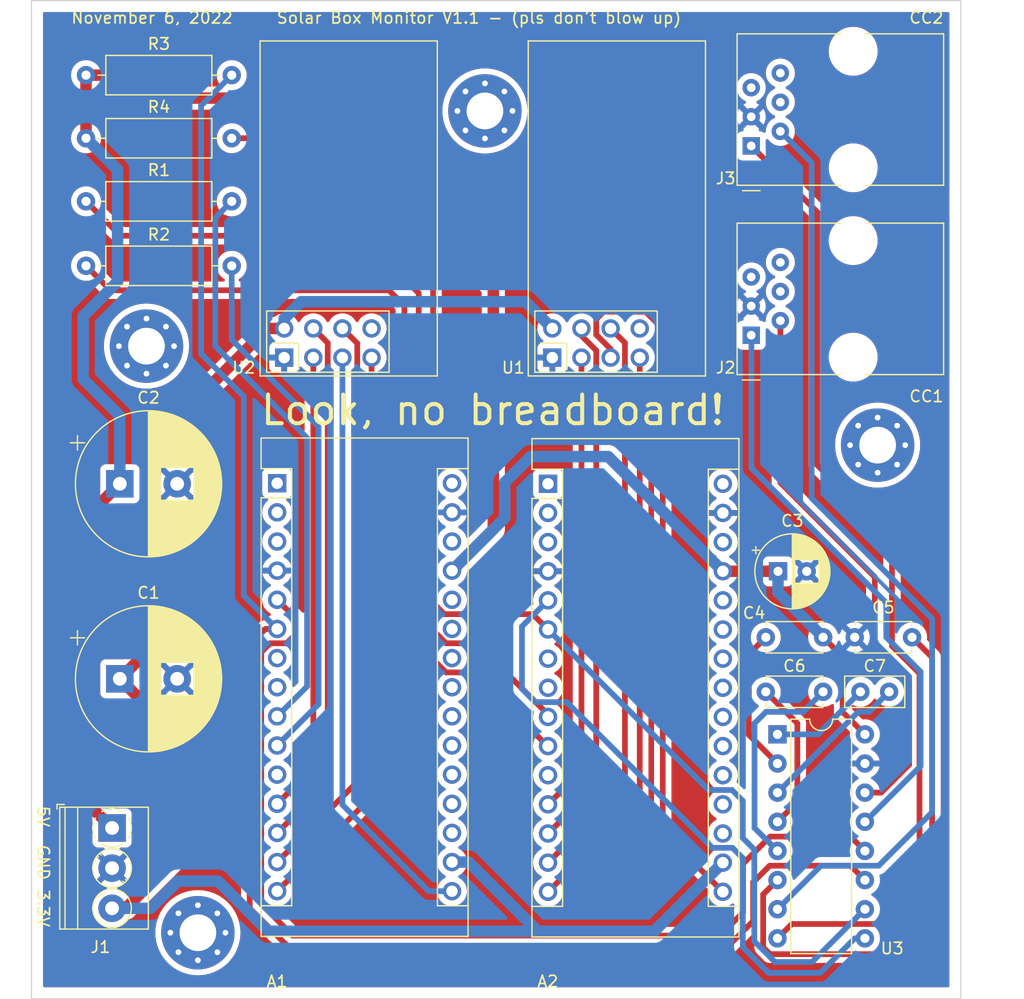
<source format=kicad_pcb>
(kicad_pcb (version 20211014) (generator pcbnew)
  (layers (0 "F.Cu" signal) (31 "B.Cu" signal) (34 "B.Paste" user) (35 "F.Paste" user) (36 "B.SilkS" user "B.Silkscreen") (37 "F.SilkS" user "F.Silkscreen") (38 "B.Mask" user) (39 "F.Mask" user) (44 "Edge.Cuts" user))
  (net 0 "")
  (net 4 "Net-(A1-Pad5)")
  (net 5 "Net-(A1-Pad6)")
  (net 8 "Net-(A1-Pad9)")
  (net 9 "Net-(A1-Pad10)")
  (net 11 "Net-(A1-Pad12)")
  (net 12 "Net-(A1-Pad13)")
  (net 13 "Net-(A1-Pad14)")
  (net 14 "Net-(A1-Pad15)")
  (net 15 "Net-(A1-Pad16)")
  (net 16 "+3V3")
  (net 26 "+5V")
  (net 28 "GND")
  (net 32 "Net-(A2-Pad5)")
  (net 33 "Net-(A2-Pad6)")
  (net 36 "Net-(A2-Pad9)")
  (net 37 "Net-(A2-Pad10)")
  (net 39 "Net-(A2-Pad12)")
  (net 40 "Net-(A2-Pad13)")
  (net 41 "Net-(A2-Pad14)")
  (net 42 "Net-(A2-Pad15)")
  (net 43 "Net-(A2-Pad16)")
  (net 54 "Net-(C4-Pad1)")
  (net 55 "Net-(C5-Pad1)")
  (net 56 "Net-(C6-Pad1)")
  (net 57 "Net-(C6-Pad2)")
  (net 58 "Net-(C7-Pad1)")
  (net 59 "Net-(C7-Pad2)")
  (net 60 "Front CC RX")
  (net 61 "Back CC RX")
  (net 62 "Front CC TX")
  (net 63 "Back CC TX")
  (footprint "Capacitor_THT:C_Disc_D4.7mm_W2.5mm_P5.00mm" (layer "F.Cu") (at 173 113.25)
    (fp_text reference "C6" (at 2.5 -2.25) (layer "F.SilkS"))
    (fp_text value "0.47uF")
    (pad "1" thru_hole circle (at 0 0) (size 1.6 1.6) (drill 0.8) (layers *.Cu *.Mask) (net 56 "Net-(C6-Pad1)"))
    (pad "2" thru_hole circle (at 5 0) (size 1.6 1.6) (drill 0.8) (layers *.Cu *.Mask) (net 57 "Net-(C6-Pad2)"))
  )
  (footprint "Capacitor_THT:CP_Radial_D6.3mm_P2.50mm" (layer "F.Cu") (at 174.067621 102.75)
    (fp_text reference "C3" (at 1.25 -4.4) (layer "F.SilkS"))
    (fp_text value "10uF")
    (pad "1" thru_hole rect (at 0 0) (size 1.6 1.6) (drill 0.8) (layers *.Cu *.Mask) (net 26 "+5V"))
    (pad "2" thru_hole circle (at 2.5 0) (size 1.6 1.6) (drill 0.8) (layers *.Cu *.Mask) (net 28 "GND"))
  )
  (footprint "TerminalBlock_Phoenix:TerminalBlock_Phoenix_PT-1,5-3-3.5-H_1x03_P3.50mm_Horizontal" (layer "F.Cu") (at 116.02 125.12 -90)
    (fp_text reference "J1" (at 10.38 1.02) (layer "F.SilkS"))
    (fp_text value "Screw_Terminal_01x03")
    (pad "1" thru_hole rect (at 0 0 270) (size 2.4 2.4) (drill 1.2) (layers *.Cu *.Mask) (net 26 "+5V"))
    (pad "2" thru_hole circle (at 3.5 0 270) (size 2.4 2.4) (drill 1.2) (layers *.Cu *.Mask) (net 28 "GND"))
    (pad "3" thru_hole circle (at 7 0 270) (size 2.4 2.4) (drill 1.2) (layers *.Cu *.Mask) (net 16 "+3V3"))
  )
  (footprint "Resistor_THT:R_Axial_DIN0309_L9.0mm_D3.2mm_P12.70mm_Horizontal" (layer "F.Cu") (at 113.75 59.5)
    (fp_text reference "R3" (at 6.35 -2.72) (layer "F.SilkS"))
    (fp_text value "1K")
    (pad "1" thru_hole circle (at 0 0) (size 1.6 1.6) (drill 0.8) (layers *.Cu *.Mask) (net 26 "+5V"))
    (pad "2" thru_hole oval (at 12.7 0) (size 1.6 1.6) (drill 0.8) (layers *.Cu *.Mask) (net 5 "Net-(A1-Pad6)"))
  )
  (footprint "Capacitor_THT:C_Disc_D4.7mm_W2.5mm_P5.00mm" (layer "F.Cu") (at 173 108.5)
    (fp_text reference "C4" (at -1.02 -2.12) (layer "F.SilkS"))
    (fp_text value "0.47uF")
    (pad "1" thru_hole circle (at 0 0) (size 1.6 1.6) (drill 0.8) (layers *.Cu *.Mask) (net 54 "Net-(C4-Pad1)"))
    (pad "2" thru_hole circle (at 5 0) (size 1.6 1.6) (drill 0.8) (layers *.Cu *.Mask) (net 26 "+5V"))
  )
  (footprint "MountingHole:MountingHole_3.2mm_M3_Pad_Via" (layer "F.Cu") (at 148.52 62.62)
    (fp_text reference "" (at 0 -4.2) (layer "F.SilkS"))
    (fp_text value "MountingHole_3.2mm_M3_Pad_Via")
    (pad "1" thru_hole circle (at -2.4 0) (size 0.8 0.8) (drill 0.5) (layers *.Cu *.Mask))
    (pad "1" thru_hole circle (at 1.697056 -1.697056) (size 0.8 0.8) (drill 0.5) (layers *.Cu *.Mask))
    (pad "1" thru_hole circle (at -1.697056 1.697056) (size 0.8 0.8) (drill 0.5) (layers *.Cu *.Mask))
    (pad "1" thru_hole circle (at 2.4 0) (size 0.8 0.8) (drill 0.5) (layers *.Cu *.Mask))
    (pad "1" thru_hole circle (at 1.697056 1.697056) (size 0.8 0.8) (drill 0.5) (layers *.Cu *.Mask))
    (pad "1" thru_hole circle (at -1.697056 -1.697056) (size 0.8 0.8) (drill 0.5) (layers *.Cu *.Mask))
    (pad "1" thru_hole circle (at 0 2.4) (size 0.8 0.8) (drill 0.5) (layers *.Cu *.Mask))
    (pad "1" thru_hole circle (at 0 -2.4) (size 0.8 0.8) (drill 0.5) (layers *.Cu *.Mask))
    (pad "1" thru_hole circle (at 0 0) (size 6.4 6.4) (drill 3.2) (layers *.Cu *.Mask))
  )
  (footprint "Capacitor_THT:C_Disc_D4.7mm_W2.5mm_P5.00mm" (layer "F.Cu") (at 185.75 108.5 180)
    (fp_text reference "C5" (at 2.5 2.6 180) (layer "F.SilkS"))
    (fp_text value "0.47uF")
    (pad "1" thru_hole circle (at 0 0 180) (size 1.6 1.6) (drill 0.8) (layers *.Cu *.Mask) (net 55 "Net-(C5-Pad1)"))
    (pad "2" thru_hole circle (at 5 0 180) (size 1.6 1.6) (drill 0.8) (layers *.Cu *.Mask) (net 28 "GND"))
  )
  (footprint "Module:Arduino_Nano" (layer "F.Cu") (at 154.02 95.12)
    (fp_text reference "A2" (at -0.02 43.38) (layer "F.SilkS"))
    (fp_text value "Arduino_Nano_v3.x")
    (pad "1" thru_hole rect (at 0 0) (size 1.6 1.6) (drill 1) (layers *.Cu *.Mask))
    (pad "2" thru_hole oval (at 0 2.54) (size 1.6 1.6) (drill 1) (layers *.Cu *.Mask))
    (pad "3" thru_hole oval (at 0 5.08) (size 1.6 1.6) (drill 1) (layers *.Cu *.Mask))
    (pad "4" thru_hole oval (at 0 7.62) (size 1.6 1.6) (drill 1) (layers *.Cu *.Mask) (net 28 "GND"))
    (pad "5" thru_hole oval (at 0 10.16) (size 1.6 1.6) (drill 1) (layers *.Cu *.Mask) (net 32 "Net-(A2-Pad5)"))
    (pad "6" thru_hole oval (at 0 12.7) (size 1.6 1.6) (drill 1) (layers *.Cu *.Mask) (net 33 "Net-(A2-Pad6)"))
    (pad "7" thru_hole oval (at 0 15.24) (size 1.6 1.6) (drill 1) (layers *.Cu *.Mask))
    (pad "8" thru_hole oval (at 0 17.78) (size 1.6 1.6) (drill 1) (layers *.Cu *.Mask))
    (pad "9" thru_hole oval (at 0 20.32) (size 1.6 1.6) (drill 1) (layers *.Cu *.Mask) (net 36 "Net-(A2-Pad9)"))
    (pad "10" thru_hole oval (at 0 22.86) (size 1.6 1.6) (drill 1) (layers *.Cu *.Mask) (net 37 "Net-(A2-Pad10)"))
    (pad "11" thru_hole oval (at 0 25.4) (size 1.6 1.6) (drill 1) (layers *.Cu *.Mask))
    (pad "12" thru_hole oval (at 0 27.94) (size 1.6 1.6) (drill 1) (layers *.Cu *.Mask) (net 39 "Net-(A2-Pad12)"))
    (pad "13" thru_hole oval (at 0 30.48) (size 1.6 1.6) (drill 1) (layers *.Cu *.Mask) (net 40 "Net-(A2-Pad13)"))
    (pad "14" thru_hole oval (at 0 33.02) (size 1.6 1.6) (drill 1) (layers *.Cu *.Mask) (net 41 "Net-(A2-Pad14)"))
    (pad "15" thru_hole oval (at 0 35.56) (size 1.6 1.6) (drill 1) (layers *.Cu *.Mask) (net 42 "Net-(A2-Pad15)"))
    (pad "16" thru_hole oval (at 15.24 35.56) (size 1.6 1.6) (drill 1) (layers *.Cu *.Mask) (net 43 "Net-(A2-Pad16)"))
    (pad "17" thru_hole oval (at 15.24 33.02) (size 1.6 1.6) (drill 1) (layers *.Cu *.Mask) (net 16 "+3V3"))
    (pad "18" thru_hole oval (at 15.24 30.48) (size 1.6 1.6) (drill 1) (layers *.Cu *.Mask))
    (pad "19" thru_hole oval (at 15.24 27.94) (size 1.6 1.6) (drill 1) (layers *.Cu *.Mask))
    (pad "20" thru_hole oval (at 15.24 25.4) (size 1.6 1.6) (drill 1) (layers *.Cu *.Mask))
    (pad "21" thru_hole oval (at 15.24 22.86) (size 1.6 1.6) (drill 1) (layers *.Cu *.Mask))
    (pad "22" thru_hole oval (at 15.24 20.32) (size 1.6 1.6) (drill 1) (layers *.Cu *.Mask))
    (pad "23" thru_hole oval (at 15.24 17.78) (size 1.6 1.6) (drill 1) (layers *.Cu *.Mask))
    (pad "24" thru_hole oval (at 15.24 15.24) (size 1.6 1.6) (drill 1) (layers *.Cu *.Mask))
    (pad "25" thru_hole oval (at 15.24 12.7) (size 1.6 1.6) (drill 1) (layers *.Cu *.Mask))
    (pad "26" thru_hole oval (at 15.24 10.16) (size 1.6 1.6) (drill 1) (layers *.Cu *.Mask))
    (pad "27" thru_hole oval (at 15.24 7.62) (size 1.6 1.6) (drill 1) (layers *.Cu *.Mask) (net 26 "+5V"))
    (pad "28" thru_hole oval (at 15.24 5.08) (size 1.6 1.6) (drill 1) (layers *.Cu *.Mask))
    (pad "29" thru_hole oval (at 15.24 2.54) (size 1.6 1.6) (drill 1) (layers *.Cu *.Mask) (net 28 "GND"))
    (pad "30" thru_hole oval (at 15.24 0) (size 1.6 1.6) (drill 1) (layers *.Cu *.Mask))
  )
  (footprint "Resistor_THT:R_Axial_DIN0309_L9.0mm_D3.2mm_P12.70mm_Horizontal" (layer "F.Cu") (at 113.75 70.5)
    (fp_text reference "R1" (at 6.35 -2.72) (layer "F.SilkS"))
    (fp_text value "4.7K")
    (pad "1" thru_hole circle (at 0 0) (size 1.6 1.6) (drill 0.8) (layers *.Cu *.Mask) (net 36 "Net-(A2-Pad9)"))
    (pad "2" thru_hole oval (at 12.7 0) (size 1.6 1.6) (drill 0.8) (layers *.Cu *.Mask) (net 8 "Net-(A1-Pad9)"))
  )
  (footprint "RF_Module:nRF24L01_Breakout" (layer "F.Cu") (at 154.395 84.12 90)
    (fp_text reference "U1" (at -0.88 -3.395) (layer "F.SilkS"))
    (fp_text value "NRF24L01_Breakout")
    (pad "1" thru_hole rect (at 0 0 90) (size 1.6 1.6) (drill 1) (layers *.Cu *.Mask) (net 28 "GND"))
    (pad "2" thru_hole circle (at 2.54 0 90) (size 1.6 1.6) (drill 1) (layers *.Cu *.Mask) (net 16 "+3V3"))
    (pad "3" thru_hole circle (at 0 2.54 90) (size 1.6 1.6) (drill 1) (layers *.Cu *.Mask) (net 39 "Net-(A2-Pad12)"))
    (pad "4" thru_hole circle (at 2.54 2.54 90) (size 1.6 1.6) (drill 1) (layers *.Cu *.Mask) (net 40 "Net-(A2-Pad13)"))
    (pad "5" thru_hole circle (at 0 5.08 90) (size 1.6 1.6) (drill 1) (layers *.Cu *.Mask) (net 43 "Net-(A2-Pad16)"))
    (pad "6" thru_hole circle (at 2.54 5.08 90) (size 1.6 1.6) (drill 1) (layers *.Cu *.Mask) (net 41 "Net-(A2-Pad14)"))
    (pad "7" thru_hole circle (at 0 7.62 90) (size 1.6 1.6) (drill 1) (layers *.Cu *.Mask) (net 42 "Net-(A2-Pad15)"))
    (pad "8" thru_hole circle (at 2.54 7.62 90) (size 1.6 1.6) (drill 1) (layers *.Cu *.Mask))
  )
  (footprint "Resistor_THT:R_Axial_DIN0309_L9.0mm_D3.2mm_P12.70mm_Horizontal" (layer "F.Cu") (at 113.75 76.12)
    (fp_text reference "R2" (at 6.35 -2.72) (layer "F.SilkS"))
    (fp_text value "4.7K")
    (pad "1" thru_hole circle (at 0 0) (size 1.6 1.6) (drill 0.8) (layers *.Cu *.Mask) (net 37 "Net-(A2-Pad10)"))
    (pad "2" thru_hole oval (at 12.7 0) (size 1.6 1.6) (drill 0.8) (layers *.Cu *.Mask) (net 9 "Net-(A1-Pad10)"))
  )
  (footprint "Module:Arduino_Nano" (layer "F.Cu") (at 130.41 95.07)
    (fp_text reference "A1" (at -0.01 43.43) (layer "F.SilkS"))
    (fp_text value "Arduino_Nano_v3.x")
    (pad "1" thru_hole rect (at 0 0) (size 1.6 1.6) (drill 1) (layers *.Cu *.Mask))
    (pad "2" thru_hole oval (at 0 2.54) (size 1.6 1.6) (drill 1) (layers *.Cu *.Mask))
    (pad "3" thru_hole oval (at 0 5.08) (size 1.6 1.6) (drill 1) (layers *.Cu *.Mask))
    (pad "4" thru_hole oval (at 0 7.62) (size 1.6 1.6) (drill 1) (layers *.Cu *.Mask) (net 28 "GND"))
    (pad "5" thru_hole oval (at 0 10.16) (size 1.6 1.6) (drill 1) (layers *.Cu *.Mask) (net 4 "Net-(A1-Pad5)"))
    (pad "6" thru_hole oval (at 0 12.7) (size 1.6 1.6) (drill 1) (layers *.Cu *.Mask) (net 5 "Net-(A1-Pad6)"))
    (pad "7" thru_hole oval (at 0 15.24) (size 1.6 1.6) (drill 1) (layers *.Cu *.Mask))
    (pad "8" thru_hole oval (at 0 17.78) (size 1.6 1.6) (drill 1) (layers *.Cu *.Mask))
    (pad "9" thru_hole oval (at 0 20.32) (size 1.6 1.6) (drill 1) (layers *.Cu *.Mask) (net 8 "Net-(A1-Pad9)"))
    (pad "10" thru_hole oval (at 0 22.86) (size 1.6 1.6) (drill 1) (layers *.Cu *.Mask) (net 9 "Net-(A1-Pad10)"))
    (pad "11" thru_hole oval (at 0 25.4) (size 1.6 1.6) (drill 1) (layers *.Cu *.Mask))
    (pad "12" thru_hole oval (at 0 27.94) (size 1.6 1.6) (drill 1) (layers *.Cu *.Mask) (net 11 "Net-(A1-Pad12)"))
    (pad "13" thru_hole oval (at 0 30.48) (size 1.6 1.6) (drill 1) (layers *.Cu *.Mask) (net 12 "Net-(A1-Pad13)"))
    (pad "14" thru_hole oval (at 0 33.02) (size 1.6 1.6) (drill 1) (layers *.Cu *.Mask) (net 13 "Net-(A1-Pad14)"))
    (pad "15" thru_hole oval (at 0 35.56) (size 1.6 1.6) (drill 1) (layers *.Cu *.Mask) (net 14 "Net-(A1-Pad15)"))
    (pad "16" thru_hole oval (at 15.24 35.56) (size 1.6 1.6) (drill 1) (layers *.Cu *.Mask) (net 15 "Net-(A1-Pad16)"))
    (pad "17" thru_hole oval (at 15.24 33.02) (size 1.6 1.6) (drill 1) (layers *.Cu *.Mask) (net 16 "+3V3"))
    (pad "18" thru_hole oval (at 15.24 30.48) (size 1.6 1.6) (drill 1) (layers *.Cu *.Mask))
    (pad "19" thru_hole oval (at 15.24 27.94) (size 1.6 1.6) (drill 1) (layers *.Cu *.Mask))
    (pad "20" thru_hole oval (at 15.24 25.4) (size 1.6 1.6) (drill 1) (layers *.Cu *.Mask))
    (pad "21" thru_hole oval (at 15.24 22.86) (size 1.6 1.6) (drill 1) (layers *.Cu *.Mask))
    (pad "22" thru_hole oval (at 15.24 20.32) (size 1.6 1.6) (drill 1) (layers *.Cu *.Mask))
    (pad "23" thru_hole oval (at 15.24 17.78) (size 1.6 1.6) (drill 1) (layers *.Cu *.Mask))
    (pad "24" thru_hole oval (at 15.24 15.24) (size 1.6 1.6) (drill 1) (layers *.Cu *.Mask))
    (pad "25" thru_hole oval (at 15.24 12.7) (size 1.6 1.6) (drill 1) (layers *.Cu *.Mask))
    (pad "26" thru_hole oval (at 15.24 10.16) (size 1.6 1.6) (drill 1) (layers *.Cu *.Mask))
    (pad "27" thru_hole oval (at 15.24 7.62) (size 1.6 1.6) (drill 1) (layers *.Cu *.Mask) (net 26 "+5V"))
    (pad "28" thru_hole oval (at 15.24 5.08) (size 1.6 1.6) (drill 1) (layers *.Cu *.Mask))
    (pad "29" thru_hole oval (at 15.24 2.54) (size 1.6 1.6) (drill 1) (layers *.Cu *.Mask) (net 28 "GND"))
    (pad "30" thru_hole oval (at 15.24 0) (size 1.6 1.6) (drill 1) (layers *.Cu *.Mask))
  )
  (footprint "Capacitor_THT:C_Disc_D5.0mm_W2.5mm_P2.50mm" (layer "F.Cu") (at 181.25 113.25)
    (fp_text reference "C7" (at 1.25 -2.25) (layer "F.SilkS"))
    (fp_text value "0.1uF")
    (pad "1" thru_hole circle (at 0 0) (size 1.6 1.6) (drill 0.8) (layers *.Cu *.Mask) (net 58 "Net-(C7-Pad1)"))
    (pad "2" thru_hole circle (at 2.5 0) (size 1.6 1.6) (drill 0.8) (layers *.Cu *.Mask) (net 59 "Net-(C7-Pad2)"))
  )
  (footprint "Connector_RJ:RJ12_Amphenol_54601" (layer "F.Cu") (at 171.73 65.67 90)
    (fp_text reference "J3" (at -2.83 -2.23) (layer "F.SilkS"))
    (fp_text value "6P6C")
    (pad "" np_thru_hole circle (at -1.91 8.89 90) (size 3.25 3.25) (drill 3.25) (layers *.Cu *.Mask))
    (pad "" np_thru_hole circle (at 8.25 8.89 90) (size 3.25 3.25) (drill 3.25) (layers *.Cu *.Mask))
    (pad "1" thru_hole rect (at 0 0 90) (size 1.52 1.52) (drill 0.76) (layers *.Cu *.Mask) (net 63 "Back CC TX"))
    (pad "2" thru_hole circle (at 1.27 2.54 90) (size 1.52 1.52) (drill 0.76) (layers *.Cu *.Mask) (net 61 "Back CC RX"))
    (pad "3" thru_hole circle (at 2.54 0 90) (size 1.52 1.52) (drill 0.76) (layers *.Cu *.Mask) (net 28 "GND"))
    (pad "4" thru_hole circle (at 3.81 2.54 90) (size 1.52 1.52) (drill 0.76) (layers *.Cu *.Mask))
    (pad "5" thru_hole circle (at 5.08 0 90) (size 1.52 1.52) (drill 0.76) (layers *.Cu *.Mask))
    (pad "6" thru_hole circle (at 6.35 2.54 90) (size 1.52 1.52) (drill 0.76) (layers *.Cu *.Mask))
  )
  (footprint "MountingHole:MountingHole_3.2mm_M3_Pad_Via" (layer "F.Cu") (at 119.02 83.12)
    (fp_text reference "" (at 0 -4.2) (layer "F.SilkS"))
    (fp_text value "MountingHole_3.2mm_M3_Pad_Via")
    (pad "1" thru_hole circle (at 0 -2.4) (size 0.8 0.8) (drill 0.5) (layers *.Cu *.Mask))
    (pad "1" thru_hole circle (at -1.697056 1.697056) (size 0.8 0.8) (drill 0.5) (layers *.Cu *.Mask))
    (pad "1" thru_hole circle (at -1.697056 -1.697056) (size 0.8 0.8) (drill 0.5) (layers *.Cu *.Mask))
    (pad "1" thru_hole circle (at -2.4 0) (size 0.8 0.8) (drill 0.5) (layers *.Cu *.Mask))
    (pad "1" thru_hole circle (at 1.697056 1.697056) (size 0.8 0.8) (drill 0.5) (layers *.Cu *.Mask))
    (pad "1" thru_hole circle (at 0 0) (size 6.4 6.4) (drill 3.2) (layers *.Cu *.Mask))
    (pad "1" thru_hole circle (at 1.697056 -1.697056) (size 0.8 0.8) (drill 0.5) (layers *.Cu *.Mask))
    (pad "1" thru_hole circle (at 0 2.4) (size 0.8 0.8) (drill 0.5) (layers *.Cu *.Mask))
    (pad "1" thru_hole circle (at 2.4 0) (size 0.8 0.8) (drill 0.5) (layers *.Cu *.Mask))
  )
  (footprint "MountingHole:MountingHole_3.2mm_M3_Pad_Via" (layer "F.Cu") (at 182.75 91.75)
    (fp_text reference "" (at 0 -4.2) (layer "F.SilkS"))
    (fp_text value "MountingHole_3.2mm_M3_Pad_Via")
    (pad "1" thru_hole circle (at -2.4 0) (size 0.8 0.8) (drill 0.5) (layers *.Cu *.Mask))
    (pad "1" thru_hole circle (at 0 -2.4) (size 0.8 0.8) (drill 0.5) (layers *.Cu *.Mask))
    (pad "1" thru_hole circle (at 0 0) (size 6.4 6.4) (drill 3.2) (layers *.Cu *.Mask))
    (pad "1" thru_hole circle (at 1.697056 1.697056) (size 0.8 0.8) (drill 0.5) (layers *.Cu *.Mask))
    (pad "1" thru_hole circle (at -1.697056 1.697056) (size 0.8 0.8) (drill 0.5) (layers *.Cu *.Mask))
    (pad "1" thru_hole circle (at 0 2.4) (size 0.8 0.8) (drill 0.5) (layers *.Cu *.Mask))
    (pad "1" thru_hole circle (at -1.697056 -1.697056) (size 0.8 0.8) (drill 0.5) (layers *.Cu *.Mask))
    (pad "1" thru_hole circle (at 1.697056 -1.697056) (size 0.8 0.8) (drill 0.5) (layers *.Cu *.Mask))
    (pad "1" thru_hole circle (at 2.4 0) (size 0.8 0.8) (drill 0.5) (layers *.Cu *.Mask))
  )
  (footprint "Resistor_THT:R_Axial_DIN0309_L9.0mm_D3.2mm_P12.70mm_Horizontal" (layer "F.Cu") (at 113.75 65)
    (fp_text reference "R4" (at 6.35 -2.72) (layer "F.SilkS"))
    (fp_text value "1K")
    (pad "1" thru_hole circle (at 0 0) (size 1.6 1.6) (drill 0.8) (layers *.Cu *.Mask) (net 26 "+5V"))
    (pad "2" thru_hole oval (at 12.7 0) (size 1.6 1.6) (drill 0.8) (layers *.Cu *.Mask) (net 33 "Net-(A2-Pad6)"))
  )
  (footprint "Capacitor_THT:CP_Radial_D12.5mm_P5.00mm" (layer "F.Cu") (at 116.696041 112.12)
    (fp_text reference "C1" (at 2.5 -7.5) (layer "F.SilkS"))
    (fp_text value "1000uF")
    (pad "1" thru_hole rect (at 0 0) (size 2.4 2.4) (drill 1.2) (layers *.Cu *.Mask) (net 16 "+3V3"))
    (pad "2" thru_hole circle (at 5 0) (size 2.4 2.4) (drill 1.2) (layers *.Cu *.Mask) (net 28 "GND"))
  )
  (footprint "RF_Module:nRF24L01_Breakout" (layer "F.Cu") (at 131.02 84.12 90)
    (fp_text reference "U2" (at -0.88 -3.52) (layer "F.SilkS"))
    (fp_text value "NRF24L01_Breakout")
    (pad "1" thru_hole rect (at 0 0 90) (size 1.6 1.6) (drill 1) (layers *.Cu *.Mask) (net 28 "GND"))
    (pad "2" thru_hole circle (at 2.54 0 90) (size 1.6 1.6) (drill 1) (layers *.Cu *.Mask) (net 16 "+3V3"))
    (pad "3" thru_hole circle (at 0 2.54 90) (size 1.6 1.6) (drill 1) (layers *.Cu *.Mask) (net 11 "Net-(A1-Pad12)"))
    (pad "4" thru_hole circle (at 2.54 2.54 90) (size 1.6 1.6) (drill 1) (layers *.Cu *.Mask) (net 12 "Net-(A1-Pad13)"))
    (pad "5" thru_hole circle (at 0 5.08 90) (size 1.6 1.6) (drill 1) (layers *.Cu *.Mask) (net 15 "Net-(A1-Pad16)"))
    (pad "6" thru_hole circle (at 2.54 5.08 90) (size 1.6 1.6) (drill 1) (layers *.Cu *.Mask) (net 13 "Net-(A1-Pad14)"))
    (pad "7" thru_hole circle (at 0 7.62 90) (size 1.6 1.6) (drill 1) (layers *.Cu *.Mask) (net 14 "Net-(A1-Pad15)"))
    (pad "8" thru_hole circle (at 2.54 7.62 90) (size 1.6 1.6) (drill 1) (layers *.Cu *.Mask))
  )
  (footprint "MountingHole:MountingHole_3.2mm_M3_Pad_Via" (layer "F.Cu") (at 123.5 134.25)
    (fp_text reference "" (at 0 -4.2) (layer "F.SilkS"))
    (fp_text value "MountingHole_3.2mm_M3_Pad_Via")
    (pad "1" thru_hole circle (at 0 2.4) (size 0.8 0.8) (drill 0.5) (layers *.Cu *.Mask))
    (pad "1" thru_hole circle (at 1.697056 -1.697056) (size 0.8 0.8) (drill 0.5) (layers *.Cu *.Mask))
    (pad "1" thru_hole circle (at 1.697056 1.697056) (size 0.8 0.8) (drill 0.5) (layers *.Cu *.Mask))
    (pad "1" thru_hole circle (at -1.697056 1.697056) (size 0.8 0.8) (drill 0.5) (layers *.Cu *.Mask))
    (pad "1" thru_hole circle (at 0 -2.4) (size 0.8 0.8) (drill 0.5) (layers *.Cu *.Mask))
    (pad "1" thru_hole circle (at 0 0) (size 6.4 6.4) (drill 3.2) (layers *.Cu *.Mask))
    (pad "1" thru_hole circle (at 2.4 0) (size 0.8 0.8) (drill 0.5) (layers *.Cu *.Mask))
    (pad "1" thru_hole circle (at -2.4 0) (size 0.8 0.8) (drill 0.5) (layers *.Cu *.Mask))
    (pad "1" thru_hole circle (at -1.697056 -1.697056) (size 0.8 0.8) (drill 0.5) (layers *.Cu *.Mask))
  )
  (footprint "Capacitor_THT:CP_Radial_D12.5mm_P5.00mm" (layer "F.Cu") (at 116.696041 95.12)
    (fp_text reference "C2" (at 2.5 -7.5) (layer "F.SilkS"))
    (fp_text value "1000uF")
    (pad "1" thru_hole rect (at 0 0) (size 2.4 2.4) (drill 1.2) (layers *.Cu *.Mask) (net 26 "+5V"))
    (pad "2" thru_hole circle (at 5 0) (size 2.4 2.4) (drill 1.2) (layers *.Cu *.Mask) (net 28 "GND"))
  )
  (footprint "Package_DIP:DIP-16_W7.62mm" (layer "F.Cu") (at 174.02 116.96)
    (fp_text reference "U3" (at 10 18.66) (layer "F.SilkS"))
    (fp_text value "MAX3232")
    (pad "1" thru_hole rect (at 0 0) (size 1.6 1.6) (drill 0.8) (layers *.Cu *.Mask) (net 58 "Net-(C7-Pad1)"))
    (pad "2" thru_hole oval (at 0 2.54) (size 1.6 1.6) (drill 0.8) (layers *.Cu *.Mask) (net 54 "Net-(C4-Pad1)"))
    (pad "3" thru_hole oval (at 0 5.08) (size 1.6 1.6) (drill 0.8) (layers *.Cu *.Mask) (net 59 "Net-(C7-Pad2)"))
    (pad "4" thru_hole oval (at 0 7.62) (size 1.6 1.6) (drill 0.8) (layers *.Cu *.Mask) (net 56 "Net-(C6-Pad1)"))
    (pad "5" thru_hole oval (at 0 10.16) (size 1.6 1.6) (drill 0.8) (layers *.Cu *.Mask) (net 57 "Net-(C6-Pad2)"))
    (pad "6" thru_hole oval (at 0 12.7) (size 1.6 1.6) (drill 0.8) (layers *.Cu *.Mask) (net 55 "Net-(C5-Pad1)"))
    (pad "7" thru_hole oval (at 0 15.24) (size 1.6 1.6) (drill 0.8) (layers *.Cu *.Mask) (net 61 "Back CC RX"))
    (pad "8" thru_hole oval (at 0 17.78) (size 1.6 1.6) (drill 0.8) (layers *.Cu *.Mask) (net 63 "Back CC TX"))
    (pad "9" thru_hole oval (at 7.62 17.78) (size 1.6 1.6) (drill 0.8) (layers *.Cu *.Mask) (net 32 "Net-(A2-Pad5)"))
    (pad "10" thru_hole oval (at 7.62 15.24) (size 1.6 1.6) (drill 0.8) (layers *.Cu *.Mask) (net 33 "Net-(A2-Pad6)"))
    (pad "11" thru_hole oval (at 7.62 12.7) (size 1.6 1.6) (drill 0.8) (layers *.Cu *.Mask) (net 5 "Net-(A1-Pad6)"))
    (pad "12" thru_hole oval (at 7.62 10.16) (size 1.6 1.6) (drill 0.8) (layers *.Cu *.Mask) (net 4 "Net-(A1-Pad5)"))
    (pad "13" thru_hole oval (at 7.62 7.62) (size 1.6 1.6) (drill 0.8) (layers *.Cu *.Mask) (net 62 "Front CC TX"))
    (pad "14" thru_hole oval (at 7.62 5.08) (size 1.6 1.6) (drill 0.8) (layers *.Cu *.Mask) (net 60 "Front CC RX"))
    (pad "15" thru_hole oval (at 7.62 2.54) (size 1.6 1.6) (drill 0.8) (layers *.Cu *.Mask) (net 28 "GND"))
    (pad "16" thru_hole oval (at 7.62 0) (size 1.6 1.6) (drill 0.8) (layers *.Cu *.Mask) (net 26 "+5V"))
  )
  (footprint "Connector_RJ:RJ12_Amphenol_54601" (layer "F.Cu") (at 171.73 82.17 90)
    (fp_text reference "J2" (at -2.83 -2.23) (layer "F.SilkS"))
    (fp_text value "6P6C")
    (pad "" np_thru_hole circle (at 8.25 8.89 90) (size 3.25 3.25) (drill 3.25) (layers *.Cu *.Mask))
    (pad "" np_thru_hole circle (at -1.91 8.89 90) (size 3.25 3.25) (drill 3.25) (layers *.Cu *.Mask))
    (pad "1" thru_hole rect (at 0 0 90) (size 1.52 1.52) (drill 0.76) (layers *.Cu *.Mask) (net 62 "Front CC TX"))
    (pad "2" thru_hole circle (at 1.27 2.54 90) (size 1.52 1.52) (drill 0.76) (layers *.Cu *.Mask) (net 60 "Front CC RX"))
    (pad "3" thru_hole circle (at 2.54 0 90) (size 1.52 1.52) (drill 0.76) (layers *.Cu *.Mask) (net 28 "GND"))
    (pad "4" thru_hole circle (at 3.81 2.54 90) (size 1.52 1.52) (drill 0.76) (layers *.Cu *.Mask))
    (pad "5" thru_hole circle (at 5.08 0 90) (size 1.52 1.52) (drill 0.76) (layers *.Cu *.Mask))
    (pad "6" thru_hole circle (at 6.35 2.54 90) (size 1.52 1.52) (drill 0.76) (layers *.Cu *.Mask))
  )
  (gr_line (start 190 53) (end 109 53) (layer "Edge.Cuts") (width 0.1))
  (gr_line (start 190 53) (end 190 140) (layer "Edge.Cuts") (width 0.1))
  (gr_line (start 109 140) (end 109 53) (layer "Edge.Cuts") (width 0.1))
  (gr_line (start 190 140) (end 109 140) (layer "Edge.Cuts") (width 0.1))
  (gr_text "Solar Box Monitor V1.1 - (pls don't blow up)" (at 148 54.5) (layer "F.SilkS") (effects (font (size 1 1))))
  (gr_text "5V" (at 110.02 124.12 -90) (layer "F.SilkS") (effects (font (size 1 1))))
  (gr_text "Look, no breadboard!" (at 149.2 88.7) (layer "F.SilkS") (effects (font (size 2.5 2.5) (thickness 0.35))))
  (gr_text "3.3V" (at 110.02 132.12 -90) (layer "F.SilkS") (effects (font (size 1 1))))
  (gr_text "CC2" (at 187 54.5) (layer "F.SilkS") (effects (font (size 1 1))))
  (gr_text "GND" (at 110.02 128.12 -90) (layer "F.SilkS") (effects (font (size 1 1))))
  (gr_text "CC1" (at 187 87.5) (layer "F.SilkS") (effects (font (size 1 1))))
  (gr_text "November 6, 2022" (at 119.5 54.5) (layer "F.SilkS") (effects (font (size 1 1))))
  (segment (start 129.796207 109.019511) (end 131.230489 109.019511) (width 0.5) (layer "F.Cu") (net 4))
  (segment (start 180.390489 125.870489) (end 173.379511 125.870489) (width 0.5) (layer "F.Cu") (net 4))
  (segment (start 181.64 127.12) (end 180.390489 125.870489) (width 0.5) (layer "F.Cu") (net 4))
  (segment (start 171.02 132.48) (end 169 134.5) (width 0.5) (layer "F.Cu") (net 4))
  (segment (start 169 134.5) (end 131.772425 134.5) (width 0.5) (layer "F.Cu") (net 4))
  (segment (start 173.379511 125.870489) (end 171.02 128.23) (width 0.5) (layer "F.Cu") (net 4))
  (segment (start 129.02 131.747575) (end 129.02 109.795718) (width 0.5) (layer "F.Cu") (net 4))
  (segment (start 131.772425 134.5) (end 129.02 131.747575) (width 0.5) (layer "F.Cu") (net 4))
  (segment (start 129.02 109.795718) (end 129.796207 109.019511) (width 0.5) (layer "F.Cu") (net 4))
  (segment (start 171.02 128.23) (end 171.02 132.48) (width 0.5) (layer "F.Cu") (net 4))
  (segment (start 132 108.25) (end 132 106.82) (width 0.5) (layer "F.Cu") (net 4))
  (segment (start 131.230489 109.019511) (end 132 108.25) (width 0.5) (layer "F.Cu") (net 4))
  (segment (start 132 106.82) (end 130.41 105.23) (width 0.5) (layer "F.Cu") (net 4))
  (segment (start 128.02 109.14) (end 129.39 107.77) (width 0.5) (layer "F.Cu") (net 5))
  (segment (start 169.64 135.5) (end 131.4 135.5) (width 0.5) (layer "F.Cu") (net 5))
  (segment (start 128.02 132.12) (end 128.02 109.14) (width 0.5) (layer "F.Cu") (net 5))
  (segment (start 129.39 107.77) (end 130.41 107.77) (width 0.5) (layer "F.Cu") (net 5))
  (segment (start 181.64 129.66) (end 180.390489 128.410489) (width 0.5) (layer "F.Cu") (net 5))
  (segment (start 173.339511 128.410489) (end 171.9 129.85) (width 0.5) (layer "F.Cu") (net 5))
  (segment (start 131.4 135.5) (end 128.02 132.12) (width 0.5) (layer "F.Cu") (net 5))
  (segment (start 180.390489 128.410489) (end 173.339511 128.410489) (width 0.5) (layer "F.Cu") (net 5))
  (segment (start 171.9 129.85) (end 171.9 133.24) (width 0.5) (layer "F.Cu") (net 5))
  (segment (start 171.9 133.24) (end 169.64 135.5) (width 0.5) (layer "F.Cu") (net 5))
  (segment (start 127.5 87.5) (end 127.5 104.86) (width 0.5) (layer "B.Cu") (net 5))
  (segment (start 123.78 83.78) (end 123.78 62.17) (width 0.5) (layer "B.Cu") (net 5))
  (segment (start 123.78 62.17) (end 126.45 59.5) (width 0.5) (layer "B.Cu") (net 5))
  (segment (start 123.78 83.78) (end 127.5 87.5) (width 0.5) (layer "B.Cu") (net 5))
  (segment (start 127.5 104.86) (end 130.41 107.77) (width 0.5) (layer "B.Cu") (net 5))
  (segment (start 133.02 91.12) (end 125.02 83.12) (width 0.5) (layer "B.Cu") (net 8))
  (segment (start 125.02 83.12) (end 125.02 71.93) (width 0.5) (layer "B.Cu") (net 8))
  (segment (start 130.41 115.39) (end 133.02 112.78) (width 0.5) (layer "B.Cu") (net 8))
  (segment (start 125.02 71.93) (end 126.45 70.5) (width 0.5) (layer "B.Cu") (net 8))
  (segment (start 133.02 112.78) (end 133.02 91.12) (width 0.5) (layer "B.Cu") (net 8))
  (segment (start 126.45 82.56073) (end 134.02 90.13073) (width 0.5) (layer "B.Cu") (net 9))
  (segment (start 134.02 114.32) (end 130.41 117.93) (width 0.5) (layer "B.Cu") (net 9))
  (segment (start 134.02 90.13073) (end 134.02 114.32) (width 0.5) (layer "B.Cu") (net 9))
  (segment (start 126.45 76.12) (end 126.45 82.56073) (width 0.5) (layer "B.Cu") (net 9))
  (segment (start 133.56 119.86) (end 133.56 84.12) (width 0.5) (layer "F.Cu") (net 11))
  (segment (start 130.41 123.01) (end 133.56 119.86) (width 0.5) (layer "F.Cu") (net 11))
  (segment (start 130.41 125.55) (end 134.82 121.14) (width 0.5) (layer "F.Cu") (net 12))
  (segment (start 134.82 121.14) (end 134.82 82.84) (width 0.5) (layer "F.Cu") (net 12))
  (segment (start 134.82 82.84) (end 133.56 81.58) (width 0.5) (layer "F.Cu") (net 12))
  (segment (start 137.390489 82.870489) (end 136.1 81.58) (width 0.5) (layer "F.Cu") (net 13))
  (segment (start 130.41 128.09) (end 137.390489 121.109511) (width 0.5) (layer "F.Cu") (net 13))
  (segment (start 137.390489 121.109511) (end 137.390489 82.870489) (width 0.5) (layer "F.Cu") (net 13))
  (segment (start 138.64 122.4) (end 138.64 84.12) (width 0.5) (layer "F.Cu") (net 14))
  (segment (start 130.41 130.63) (end 138.64 122.4) (width 0.5) (layer "F.Cu") (net 14))
  (segment (start 136.1 123.1) (end 143.63 130.63) (width 0.5) (layer "B.Cu") (net 15))
  (segment (start 143.63 130.63) (end 145.65 130.63) (width 0.5) (layer "B.Cu") (net 15))
  (segment (start 136.1 84.12) (end 136.1 123.1) (width 0.5) (layer "B.Cu") (net 15))
  (segment (start 119.25 109.566041) (end 119.25 91.89) (width 1) (layer "F.Cu") (net 16))
  (segment (start 121.5 127.82) (end 117.2 132.12) (width 1) (layer "F.Cu") (net 16))
  (segment (start 116.696041 112.12) (end 121.5 116.923959) (width 1) (layer "F.Cu") (net 16))
  (segment (start 116.696041 112.12) (end 119.25 109.566041) (width 1) (layer "F.Cu") (net 16))
  (segment (start 129.56 81.58) (end 131.02 81.58) (width 1) (layer "F.Cu") (net 16))
  (segment (start 119.25 91.89) (end 129.56 81.58) (width 1) (layer "F.Cu") (net 16))
  (segment (start 117.2 132.12) (end 116.02 132.12) (width 1) (layer "F.Cu") (net 16))
  (segment (start 121.5 116.923959) (end 121.5 127.82) (width 1) (layer "F.Cu") (net 16))
  (segment (start 147.09 128.09) (end 153.12 134.12) (width 1) (layer "B.Cu") (net 16))
  (segment (start 145.65 128.09) (end 147.09 128.09) (width 1) (layer "B.Cu") (net 16))
  (segment (start 163.28 134.12) (end 153.12 134.12) (width 1) (layer "B.Cu") (net 16))
  (segment (start 131.02 80.73) (end 132.5 79.25) (width 1) (layer "B.Cu") (net 16))
  (segment (start 169.26 128.14) (end 163.28 134.12) (width 1) (layer "B.Cu") (net 16))
  (segment (start 131.02 81.58) (end 131.02 80.73) (width 1) (layer "B.Cu") (net 16))
  (segment (start 153.12 134.12) (end 129.62 134.12) (width 1) (layer "B.Cu") (net 16))
  (segment (start 121.75 129.75) (end 119.38 132.12) (width 1) (layer "B.Cu") (net 16))
  (segment (start 119.38 132.12) (end 116.02 132.12) (width 1) (layer "B.Cu") (net 16))
  (segment (start 125.25 129.75) (end 121.75 129.75) (width 1) (layer "B.Cu") (net 16))
  (segment (start 152.065 79.25) (end 154.395 81.58) (width 1) (layer "B.Cu") (net 16))
  (segment (start 132.5 79.25) (end 152.065 79.25) (width 1) (layer "B.Cu") (net 16))
  (segment (start 129.62 134.12) (end 125.25 129.75) (width 1) (layer "B.Cu") (net 16))
  (segment (start 149.25 99.09) (end 149.25 78) (width 1) (layer "F.Cu") (net 26))
  (segment (start 132.75 61.5) (end 117.25 61.5) (width 1) (layer "F.Cu") (net 26))
  (segment (start 149.25 78) (end 132.75 61.5) (width 1) (layer "F.Cu") (net 26))
  (segment (start 181.64 116.96) (end 179.7 115.02) (width 0.5) (layer "F.Cu") (net 26))
  (segment (start 174.057621 102.74) (end 174.067621 102.75) (width 1) (layer "F.Cu") (net 26))
  (segment (start 113 98.816041) (end 116.696041 95.12) (width 1) (layer "F.Cu") (net 26))
  (segment (start 113.75 59.5) (end 113.75 65) (width 1) (layer "F.Cu") (net 26))
  (segment (start 113 122.1) (end 113 98.816041) (width 1) (layer "F.Cu") (net 26))
  (segment (start 179.7 110.2) (end 178 108.5) (width 0.5) (layer "F.Cu") (net 26))
  (segment (start 116.02 125.12) (end 113 122.1) (width 1) (layer "F.Cu") (net 26))
  (segment (start 115.25 59.5) (end 113.75 59.5) (width 1) (layer "F.Cu") (net 26))
  (segment (start 117.25 61.5) (end 115.25 59.5) (width 1) (layer "F.Cu") (net 26))
  (segment (start 169.26 102.74) (end 174.057621 102.74) (width 1) (layer "F.Cu") (net 26))
  (segment (start 179.7 115.02) (end 179.7 110.2) (width 0.5) (layer "F.Cu") (net 26))
  (segment (start 145.65 102.69) (end 149.25 99.09) (width 1) (layer "F.Cu") (net 26))
  (segment (start 145.65 102.69) (end 150.25 98.09) (width 1) (layer "B.Cu") (net 26))
  (segment (start 159.27 92.75) (end 169.26 102.74) (width 1) (layer "B.Cu") (net 26))
  (segment (start 174.067621 104.567621) (end 178 108.5) (width 1) (layer "B.Cu") (net 26))
  (segment (start 116.696041 95.12) (end 116.696041 89.196041) (width 1) (layer "B.Cu") (net 26))
  (segment (start 174.067621 102.75) (end 174.067621 104.567621) (width 1) (layer "B.Cu") (net 26))
  (segment (start 116.5 67.75) (end 113.75 65) (width 1) (layer "B.Cu") (net 26))
  (segment (start 150.25 95) (end 152.5 92.75) (width 1) (layer "B.Cu") (net 26))
  (segment (start 113.5 86) (end 113.5 80.5) (width 1) (layer "B.Cu") (net 26))
  (segment (start 113.5 80.5) (end 116.5 77.5) (width 1) (layer "B.Cu") (net 26))
  (segment (start 150.25 98.09) (end 150.25 95) (width 1) (layer "B.Cu") (net 26))
  (segment (start 116.696041 89.196041) (end 113.5 86) (width 1) (layer "B.Cu") (net 26))
  (segment (start 116.5 77.5) (end 116.5 67.75) (width 1) (layer "B.Cu") (net 26))
  (segment (start 152.5 92.75) (end 159.27 92.75) (width 1) (layer "B.Cu") (net 26))
  (segment (start 173.25 137.75) (end 171 135.5) (width 0.5) (layer "B.Cu") (net 32))
  (segment (start 155.649511 114.149511) (end 152.899511 114.149511) (width 0.5) (layer "B.Cu") (net 32))
  (segment (start 170.099511 126.849511) (end 168.349511 126.849511) (width 0.5) (layer "B.Cu") (net 32))
  (segment (start 151.75 107.55) (end 154.02 105.28) (width 0.5) (layer "B.Cu") (net 32))
  (segment (start 151.75 113) (end 151.75 107.55) (width 0.5) (layer "B.Cu") (net 32))
  (segment (start 180.76 134.74) (end 177.75 137.75) (width 0.5) (layer "B.Cu") (net 32))
  (segment (start 168.349511 126.849511) (end 155.649511 114.149511) (width 0.5) (layer "B.Cu") (net 32))
  (segment (start 171 127.75) (end 170.099511 126.849511) (width 0.5) (layer "B.Cu") (net 32))
  (segment (start 152.899511 114.149511) (end 151.75 113) (width 0.5) (layer "B.Cu") (net 32))
  (segment (start 181.64 134.74) (end 180.76 134.74) (width 0.5) (layer "B.Cu") (net 32))
  (segment (start 171 135.5) (end 171 127.75) (width 0.5) (layer "B.Cu") (net 32))
  (segment (start 177.75 137.75) (end 173.25 137.75) (width 0.5) (layer "B.Cu") (net 32))
  (segment (start 144 77.25) (end 144 105.5) (width 0.5) (layer "F.Cu") (net 33))
  (segment (start 126.45 65) (end 131.75 65) (width 0.5) (layer "F.Cu") (net 33))
  (segment (start 144 105.5) (end 144.979511 106.479511) (width 0.5) (layer "F.Cu") (net 33))
  (segment (start 152.679511 106.479511) (end 154.02 107.82) (width 0.5) (layer "F.Cu") (net 33))
  (segment (start 144.979511 106.479511) (end 152.679511 106.479511) (width 0.5) (layer "F.Cu") (net 33))
  (segment (start 131.75 65) (end 144 77.25) (width 0.5) (layer "F.Cu") (net 33))
  (segment (start 171 126) (end 171 122.75) (width 0.5) (layer "B.Cu") (net 33))
  (segment (start 170.060489 121.810489) (end 168.010489 121.810489) (width 0.5) (layer "B.Cu") (net 33))
  (segment (start 172 135) (end 172 127) (width 0.5) (layer "B.Cu") (net 33))
  (segment (start 171 122.75) (end 170.060489 121.810489) (width 0.5) (layer "B.Cu") (net 33))
  (segment (start 172 127) (end 171 126) (width 0.5) (layer "B.Cu") (net 33))
  (segment (start 173.80048 136.80048) (end 172 135) (width 0.5) (layer "B.Cu") (net 33))
  (segment (start 177.03952 136.80048) (end 173.80048 136.80048) (width 0.5) (layer "B.Cu") (net 33))
  (segment (start 168.010489 121.810489) (end 154.02 107.82) (width 0.5) (layer "B.Cu") (net 33))
  (segment (start 181.64 132.2) (end 177.03952 136.80048) (width 0.5) (layer "B.Cu") (net 33))
  (segment (start 142.75 106.637076) (end 142.75 78.5) (width 0.5) (layer "F.Cu") (net 36))
  (segment (start 145.132924 109.02) (end 142.75 106.637076) (width 0.5) (layer "F.Cu") (net 36))
  (segment (start 137.75 73.5) (end 116.75 73.5) (width 0.5) (layer "F.Cu") (net 36))
  (segment (start 147.81 109.02) (end 145.132924 109.02) (width 0.5) (layer "F.Cu") (net 36))
  (segment (start 116.75 73.5) (end 113.75 70.5) (width 0.5) (layer "F.Cu") (net 36))
  (segment (start 154.02 115.23) (end 147.81 109.02) (width 0.5) (layer "F.Cu") (net 36))
  (segment (start 154.02 115.44) (end 154.02 115.23) (width 0.5) (layer "F.Cu") (net 36))
  (segment (start 142.75 78.5) (end 137.75 73.5) (width 0.5) (layer "F.Cu") (net 36))
  (segment (start 147.559511 111.559511) (end 145.132435 111.559511) (width 0.5) (layer "F.Cu") (net 37))
  (segment (start 141.5 79.6) (end 140.15 78.25) (width 0.5) (layer "F.Cu") (net 37))
  (segment (start 115.88 78.25) (end 113.75 76.12) (width 0.5) (layer "F.Cu") (net 37))
  (segment (start 140.15 78.25) (end 115.88 78.25) (width 0.5) (layer "F.Cu") (net 37))
  (segment (start 145.132435 111.559511) (end 141.5 107.927076) (width 0.5) (layer "F.Cu") (net 37))
  (segment (start 141.5 107.927076) (end 141.5 79.6) (width 0.5) (layer "F.Cu") (net 37))
  (segment (start 153.98 117.98) (end 147.559511 111.559511) (width 0.5) (layer "F.Cu") (net 37))
  (segment (start 154.02 117.98) (end 153.98 117.98) (width 0.5) (layer "F.Cu") (net 37))
  (segment (start 156.935 84.12) (end 156.935 120.145) (width 0.5) (layer "F.Cu") (net 39))
  (segment (start 156.935 120.145) (end 154.02 123.06) (width 0.5) (layer "F.Cu") (net 39))
  (segment (start 158.22 121.4) (end 158.22 83.500717) (width 0.5) (layer "F.Cu") (net 40))
  (segment (start 156.935 82.215717) (end 156.935 81.58) (width 0.5) (layer "F.Cu") (net 40))
  (segment (start 158.22 83.500717) (end 156.935 82.215717) (width 0.5) (layer "F.Cu") (net 40))
  (segment (start 154.02 125.6) (end 158.22 121.4) (width 0.5) (layer "F.Cu") (net 40))
  (segment (start 154.02 128.14) (end 160.724511 121.435489) (width 0.5) (layer "F.Cu") (net 41))
  (segment (start 160.724511 121.435489) (end 160.724511 82.829511) (width 0.5) (layer "F.Cu") (net 41))
  (segment (start 160.724511 82.829511) (end 159.475 81.58) (width 0.5) (layer "F.Cu") (net 41))
  (segment (start 154.02 130.68) (end 162.015 122.685) (width 0.5) (layer "F.Cu") (net 42))
  (segment (start 162.015 122.685) (end 162.015 84.12) (width 0.5) (layer "F.Cu") (net 42))
  (segment (start 162.52 80.12) (end 158.870832 80.12) (width 0.5) (layer "F.Cu") (net 43))
  (segment (start 158.22 80.770832) (end 158.22 82.12) (width 0.5) (layer "F.Cu") (net 43))
  (segment (start 164.02 125.44) (end 164.02 81.62) (width 0.5) (layer "F.Cu") (net 43))
  (segment (start 158.22 82.12) (end 159.475 83.375) (width 0.5) (layer "F.Cu") (net 43))
  (segment (start 164.02 81.62) (end 162.52 80.12) (width 0.5) (layer "F.Cu") (net 43))
  (segment (start 158.870832 80.12) (end 158.22 80.770832) (width 0.5) (layer "F.Cu") (net 43))
  (segment (start 159.475 83.375) (end 159.475 84.12) (width 0.5) (layer "F.Cu") (net 43))
  (segment (start 169.26 130.68) (end 164.02 125.44) (width 0.5) (layer "F.Cu") (net 43))
  (segment (start 171.52 109.98) (end 173 108.5) (width 0.5) (layer "F.Cu") (net 54))
  (segment (start 171.52 117) (end 171.52 109.98) (width 0.5) (layer "F.Cu") (net 54))
  (segment (start 174.02 119.5) (end 171.52 117) (width 0.5) (layer "F.Cu") (net 54))
  (segment (start 182.63 136.12) (end 187.5 131.25) (width 0.5) (layer "F.Cu") (net 55))
  (segment (start 172.770489 130.909511) (end 172.770489 135.520489) (width 0.5) (layer "F.Cu") (net 55))
  (segment (start 187.5 110.25) (end 185.75 108.5) (width 0.5) (layer "F.Cu") (net 55))
  (segment (start 174.02 129.66) (end 172.770489 130.909511) (width 0.5) (layer "F.Cu") (net 55))
  (segment (start 173.37 136.12) (end 182.63 136.12) (width 0.5) (layer "F.Cu") (net 55))
  (segment (start 172.770489 135.520489) (end 173.37 136.12) (width 0.5) (layer "F.Cu") (net 55))
  (segment (start 187.5 131.25) (end 187.5 110.25) (width 0.5) (layer "F.Cu") (net 55))
  (segment (start 174.02 124.58) (end 175.75 122.85) (width 0.5) (layer "F.Cu") (net 56))
  (segment (start 175.75 122.85) (end 175.75 116) (width 0.5) (layer "F.Cu") (net 56))
  (segment (start 175.75 116) (end 173 113.25) (width 0.5) (layer "F.Cu") (net 56))
  (segment (start 174.02 127.12) (end 172.02 125.12) (width 0.5) (layer "B.Cu") (net 57))
  (segment (start 172.02 125.12) (end 172.02 115.98) (width 0.5) (layer "B.Cu") (net 57))
  (segment (start 173.017076 115) (end 176.25 115) (width 0.5) (layer "B.Cu") (net 57))
  (segment (start 172.02 115.98) (end 172.037076 115.98) (width 0.5) (layer "B.Cu") (net 57))
  (segment (start 172.037076 115.98) (end 173.017076 115) (width 0.5) (layer "B.Cu") (net 57))
  (segment (start 176.25 115) (end 178 113.25) (width 0.5) (layer "B.Cu") (net 57))
  (segment (start 177.54 116.96) (end 174.02 116.96) (width 0.5) (layer "B.Cu") (net 58))
  (segment (start 181.25 113.25) (end 177.54 116.96) (width 0.5) (layer "B.Cu") (net 58))
  (segment (start 182 115) (end 181.06 115) (width 0.5) (layer "B.Cu") (net 59))
  (segment (start 181.06 115) (end 174.02 122.04) (width 0.5) (layer "B.Cu") (net 59))
  (segment (start 183.75 113.25) (end 182 115) (width 0.5) (layer "B.Cu") (net 59))
  (segment (start 181.64 122.04) (end 183.05 122.04) (width 0.5) (layer "F.Cu") (net 60))
  (segment (start 185.5 119.59) (end 185.5 112.5) (width 0.5) (layer "F.Cu") (net 60))
  (segment (start 185.5 112.5) (end 182.5 109.5) (width 0.5) (layer "F.Cu") (net 60))
  (segment (start 182.5 109.5) (end 182.5 103.25) (width 0.5) (layer "F.Cu") (net 60))
  (segment (start 182.5 103.25) (end 174.27 95.02) (width 0.5) (layer "F.Cu") (net 60))
  (segment (start 183.05 122.04) (end 185.5 119.59) (width 0.5) (layer "F.Cu") (net 60))
  (segment (start 174.27 95.02) (end 174.27 80.9) (width 0.5) (layer "F.Cu") (net 60))
  (segment (start 187.5 106.875) (end 177 96.375) (width 0.5) (layer "B.Cu") (net 61))
  (segment (start 177 67.13) (end 174.27 64.4) (width 0.5) (layer "B.Cu") (net 61))
  (segment (start 177 96.375) (end 177 67.13) (width 0.5) (layer "B.Cu") (net 61))
  (segment (start 182.839511 128.410489) (end 187.5 123.75) (width 0.5) (layer "B.Cu") (net 61))
  (segment (start 174.02 132.2) (end 177.809511 128.410489) (width 0.5) (layer "B.Cu") (net 61))
  (segment (start 187.5 123.75) (end 187.5 106.875) (width 0.5) (layer "B.Cu") (net 61))
  (segment (start 177.809511 128.410489) (end 182.839511 128.410489) (width 0.5) (layer "B.Cu") (net 61))
  (segment (start 181.64 124.58) (end 186.5 119.72) (width 0.5) (layer "B.Cu") (net 62))
  (segment (start 183.5 105.5) (end 171.75 93.75) (width 0.5) (layer "B.Cu") (net 62))
  (segment (start 186.5 111.5) (end 183.5 108.5) (width 0.5) (layer "B.Cu") (net 62))
  (segment (start 171.75 93.75) (end 171.75 82.19) (width 0.5) (layer "B.Cu") (net 62))
  (segment (start 171.75 82.19) (end 171.73 82.17) (width 0.5) (layer "B.Cu") (net 62))
  (segment (start 183.5 108.5) (end 183.5 105.5) (width 0.5) (layer "B.Cu") (net 62))
  (segment (start 186.5 119.72) (end 186.5 111.5) (width 0.5) (layer "B.Cu") (net 62))
  (segment (start 182.759511 133.490489) (end 186.4 129.85) (width 0.5) (layer "F.Cu") (net 63))
  (segment (start 177.5 71.44) (end 171.73 65.67) (width 0.5) (layer "F.Cu") (net 63))
  (segment (start 186.4 111.65) (end 184 109.25) (width 0.5) (layer "F.Cu") (net 63))
  (segment (start 184 109.25) (end 184 100) (width 0.5) (layer "F.Cu") (net 63))
  (segment (start 184 100) (end 177.5 93.5) (width 0.5) (layer "F.Cu") (net 63))
  (segment (start 177.5 93.5) (end 177.5 71.44) (width 0.5) (layer "F.Cu") (net 63))
  (segment (start 186.4 129.85) (end 186.4 111.65) (width 0.5) (layer "F.Cu") (net 63))
  (segment (start 174.02 134.74) (end 175.269511 133.490489) (width 0.5) (layer "F.Cu") (net 63))
  (segment (start 175.269511 133.490489) (end 182.759511 133.490489) (width 0.5) (layer "F.Cu") (net 63))
  (zone (net 28) (net_name "GND") (layer "F.Cu") (connect_pads (clearance 0.508)) (min_thickness 0.254) (fill yes (thermal_gap 0.508) (thermal_bridge_width 0.508))
    (polygon (pts (xy 189 139) (xy 110 139) (xy 110 54) (xy 189 54)))
  )
  (zone (net 28) (net_name "GND") (layer "B.Cu") (connect_pads (clearance 0.508)) (min_thickness 0.254) (fill yes (thermal_gap 0.508) (thermal_bridge_width 0.508))
    (polygon (pts (xy 189 139) (xy 110 139) (xy 110 54) (xy 189 54)))
  )
)
</source>
